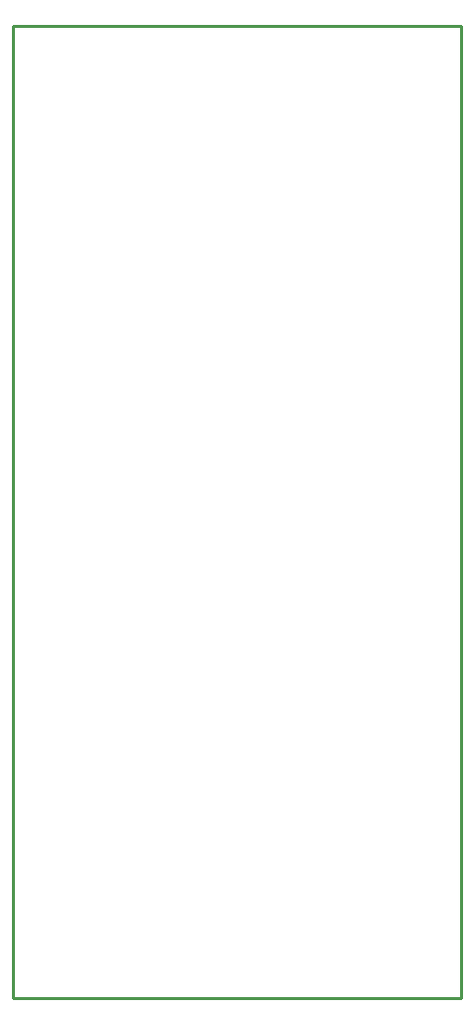
<source format=gbr>
G04 EAGLE Gerber RS-274X export*
G75*
%MOMM*%
%FSLAX34Y34*%
%LPD*%
%IN*%
%IPPOS*%
%AMOC8*
5,1,8,0,0,1.08239X$1,22.5*%
G01*
G04 Define Apertures*
%ADD10C,0.254000*%
D10*
X-254000Y-444500D02*
X127000Y-444500D01*
X127000Y381000D01*
X-254000Y381000D01*
X-254000Y-444500D01*
M02*

</source>
